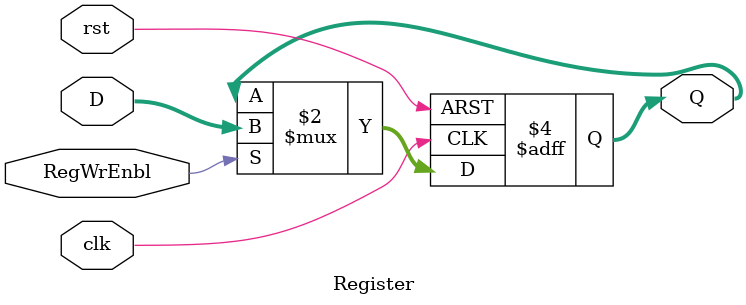
<source format=v>
`timescale 1ns / 1ps
module Register #(parameter WIDTH=32) (D,clk,rst,RegWrEnbl,Q);
input [WIDTH-1:0] D;
input clk,rst,RegWrEnbl;
output reg [WIDTH-1:0] Q;

always@(posedge clk or posedge rst)
    begin
        if(rst)
				begin
					Q<=0;
				end
        else
				if(RegWrEnbl)
					begin
						Q<=D;
					end
    end


endmodule

</source>
